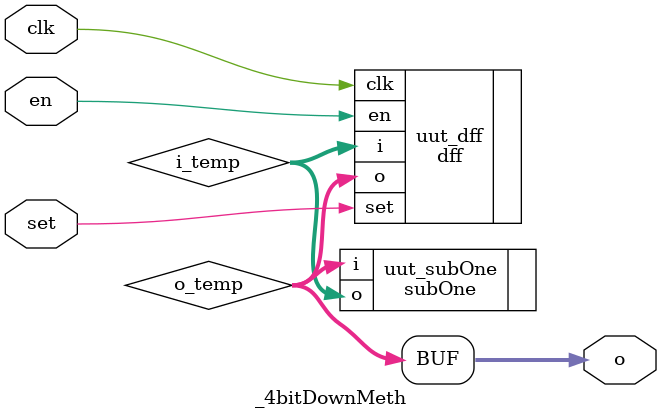
<source format=v>

module _4bitDownMeth(
  input wire clk, set, en, // wire = physical connection, reg = memory element
  output wire [3:0] o
);
  wire [3:0] i_temp, o_temp;

  dff uut_dff(
    .clk(clk), .set(set), .en(en),
    .i(i_temp),
    .o(o_temp)
  );
  subOne uut_subOne(
    // the INPUT of 4bit is passed as OUTPUT of subOne
    // the OUTPUT of 4bit is passed as INPUT of subOne
    .i(o_temp),
    .o(i_temp)
  );
  assign o = o_temp;

endmodule
</source>
